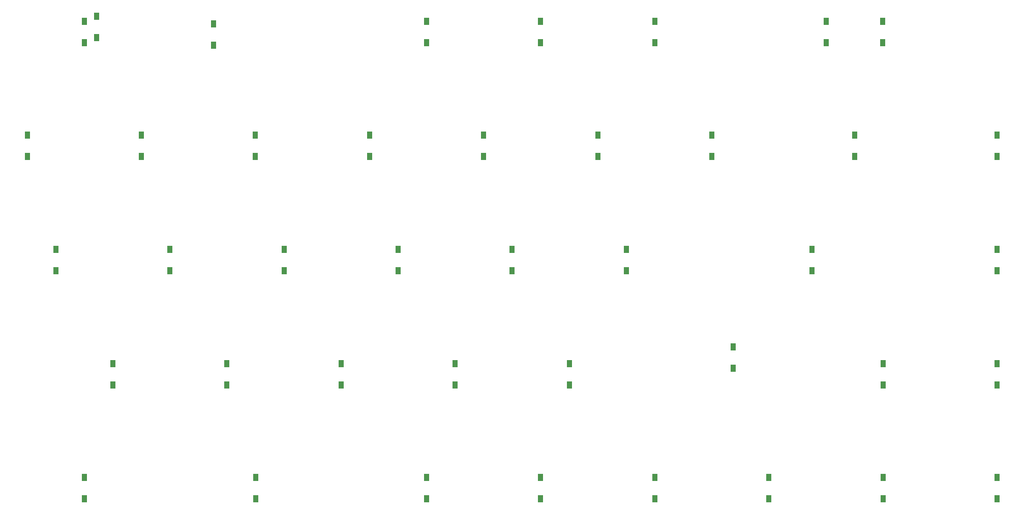
<source format=gbr>
%TF.GenerationSoftware,KiCad,Pcbnew,8.0.8*%
%TF.CreationDate,2025-04-15T16:41:42+09:00*%
%TF.ProjectId,sswkbd_right,7373776b-6264-45f7-9269-6768742e6b69,rev?*%
%TF.SameCoordinates,Original*%
%TF.FileFunction,Paste,Top*%
%TF.FilePolarity,Positive*%
%FSLAX46Y46*%
G04 Gerber Fmt 4.6, Leading zero omitted, Abs format (unit mm)*
G04 Created by KiCad (PCBNEW 8.0.8) date 2025-04-15 16:41:42*
%MOMM*%
%LPD*%
G01*
G04 APERTURE LIST*
%ADD10R,0.950000X1.300000*%
G04 APERTURE END LIST*
D10*
%TO.C,D32*%
X366509249Y-96929950D03*
X366509249Y-93379950D03*
%TD*%
%TO.C,D73*%
X243034249Y-153979950D03*
X243034249Y-150429950D03*
%TD*%
%TO.C,D46*%
X304759249Y-115954950D03*
X304759249Y-112404950D03*
%TD*%
%TO.C,D76*%
X309509249Y-153979950D03*
X309509249Y-150429950D03*
%TD*%
%TO.C,D74*%
X271509249Y-153979950D03*
X271509249Y-150429950D03*
%TD*%
%TO.C,D15*%
X347491000Y-77923000D03*
X347491000Y-74373000D03*
%TD*%
%TO.C,D44*%
X266759249Y-115954950D03*
X266759249Y-112404950D03*
%TD*%
%TO.C,D43*%
X247759249Y-115954950D03*
X247759249Y-112404950D03*
%TD*%
%TO.C,D41*%
X209759249Y-115954950D03*
X209759249Y-112404950D03*
%TD*%
%TO.C,D11*%
X271509249Y-77929950D03*
X271509249Y-74379950D03*
%TD*%
%TO.C,D59*%
X257259249Y-134979950D03*
X257259249Y-131429950D03*
%TD*%
%TO.C,D9*%
X216600000Y-77075000D03*
X216600000Y-73525000D03*
%TD*%
%TO.C,D42*%
X228759249Y-115954950D03*
X228759249Y-112404950D03*
%TD*%
%TO.C,D64*%
X366509249Y-134979950D03*
X366509249Y-131429950D03*
%TD*%
%TO.C,D8*%
X214509249Y-77929950D03*
X214509249Y-74379950D03*
%TD*%
%TO.C,D45*%
X285759249Y-115954950D03*
X285759249Y-112404950D03*
%TD*%
%TO.C,D24*%
X205009249Y-96929950D03*
X205009249Y-93379950D03*
%TD*%
%TO.C,D26*%
X243009249Y-96929950D03*
X243009249Y-93379950D03*
%TD*%
%TO.C,D14*%
X338034249Y-77929950D03*
X338034249Y-74379950D03*
%TD*%
%TO.C,D12*%
X290509249Y-77929950D03*
X290509249Y-74379950D03*
%TD*%
%TO.C,D29*%
X300009249Y-96929950D03*
X300009249Y-93379950D03*
%TD*%
%TO.C,D47*%
X335659249Y-115954950D03*
X335659249Y-112404950D03*
%TD*%
%TO.C,D62*%
X322550000Y-132225000D03*
X322550000Y-128675000D03*
%TD*%
%TO.C,D48*%
X366509249Y-115954950D03*
X366509249Y-112404950D03*
%TD*%
%TO.C,D25*%
X224009249Y-96929950D03*
X224009249Y-93379950D03*
%TD*%
%TO.C,D28*%
X281009249Y-96929950D03*
X281009249Y-93379950D03*
%TD*%
%TO.C,D61*%
X295259249Y-134979950D03*
X295259249Y-131429950D03*
%TD*%
%TO.C,D77*%
X328509249Y-153979950D03*
X328509249Y-150429950D03*
%TD*%
%TO.C,D10*%
X236000000Y-78375000D03*
X236000000Y-74825000D03*
%TD*%
%TO.C,D57*%
X219259249Y-134979950D03*
X219259249Y-131429950D03*
%TD*%
%TO.C,D75*%
X290509249Y-153979950D03*
X290509249Y-150429950D03*
%TD*%
%TO.C,D60*%
X276259249Y-134979950D03*
X276259249Y-131429950D03*
%TD*%
%TO.C,D13*%
X309509249Y-77929950D03*
X309509249Y-74379950D03*
%TD*%
%TO.C,D27*%
X262009249Y-96929950D03*
X262009249Y-93379950D03*
%TD*%
%TO.C,D79*%
X366509249Y-153979950D03*
X366509249Y-150429950D03*
%TD*%
%TO.C,D78*%
X347509249Y-153979950D03*
X347509249Y-150429950D03*
%TD*%
%TO.C,D58*%
X238259249Y-134979950D03*
X238259249Y-131429950D03*
%TD*%
%TO.C,D31*%
X342784249Y-96929950D03*
X342784249Y-93379950D03*
%TD*%
%TO.C,D72*%
X214509249Y-153979950D03*
X214509249Y-150429950D03*
%TD*%
%TO.C,D30*%
X319009249Y-96929950D03*
X319009249Y-93379950D03*
%TD*%
%TO.C,D63*%
X347509249Y-134979950D03*
X347509249Y-131429950D03*
%TD*%
M02*

</source>
